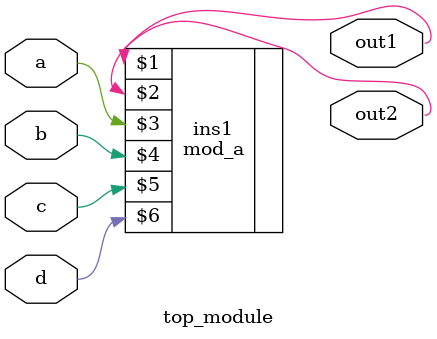
<source format=v>
module top_module ( 
    input a, 
    input b, 
    input c,
    input d,
    output out1,
    output out2
);

  mod_a ins1 ( out1, out2, a, b, c, d );
    

endmodule

</source>
